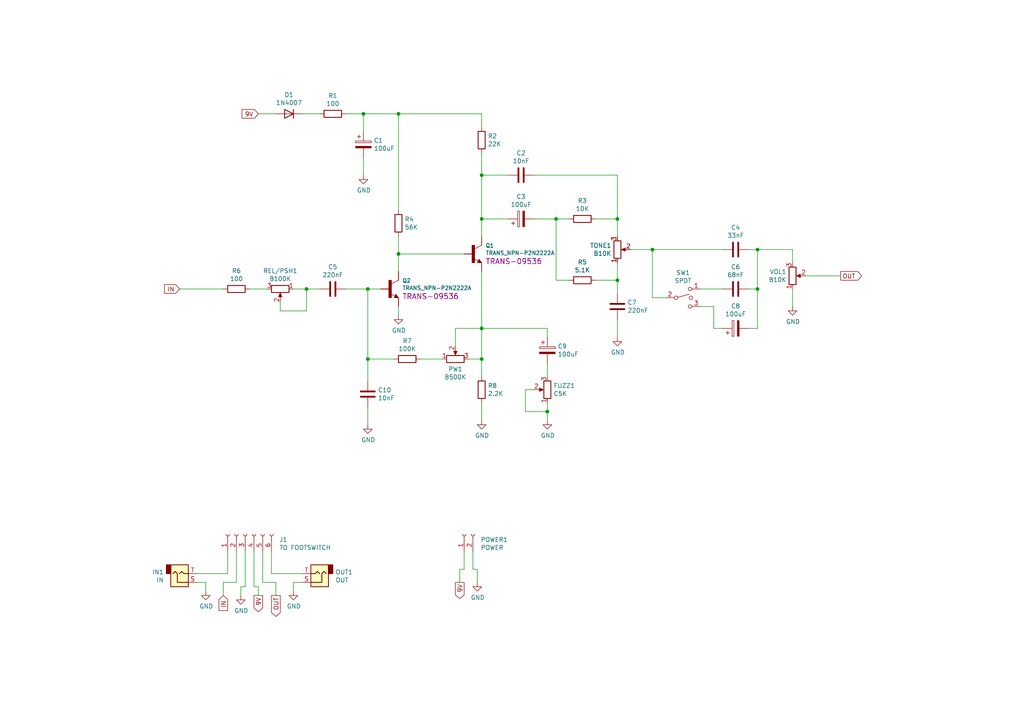
<source format=kicad_sch>
(kicad_sch (version 20211123) (generator eeschema)
  (paper "A4")
  (lib_symbols
    (symbol "Connector:AudioJack2"
      (property "Reference" "J" (at 0 8.89 0))
      (property "Value" "AudioJack2" (at 0 6.35 0))
      (symbol "AudioJack2_0_1"
        (rectangle (start -3.81 0) (end -2.54 -2.54) (stroke (width 0.254)) (fill (type outline)))
        (rectangle (start -2.54 3.81) (end 2.54 -2.54) (stroke (width 0.254)) (fill (type background)))
        (polyline (pts (xy 0 0) (xy 0.635 -0.635) (xy 1.27 0) (xy 2.54 0)) (stroke (width 0.254)))
        (polyline (pts (xy 2.54 2.54) (xy -0.635 2.54) (xy -0.635 0) (xy -1.27 -0.635) (xy -1.905 0)) (stroke (width 0.254)))
      )
      (symbol "AudioJack2_1_1"
        (pin passive line (at 5.08 2.54 180) (length 2.54) (name "~") (number "S"))
        (pin passive line (at 5.08 0 180) (length 2.54) (name "~") (number "T"))
      )
    )
    (symbol "Connector:Conn_01x02_Female" (pin_names (offset 1.016) hide)
      (property "Reference" "J" (at 0 2.54 0))
      (property "Value" "Conn_01x02_Female" (at 0 -5.08 0))
      (symbol "Conn_01x02_Female_1_1"
        (arc (start 0 -2.032) (mid -0.508 -2.54) (end 0 -3.048) (stroke (width 0.1524)))
        (polyline (pts (xy -1.27 -2.54) (xy -0.508 -2.54)) (stroke (width 0.1524)))
        (polyline (pts (xy -1.27 0) (xy -0.508 0)) (stroke (width 0.1524)))
        (arc (start 0 0.508) (mid -0.508 0) (end 0 -0.508) (stroke (width 0.1524)))
        (pin passive line (at -5.08 0 0) (length 3.81) (name "Pin_1") (number "1"))
        (pin passive line (at -5.08 -2.54 0) (length 3.81) (name "Pin_2") (number "2"))
      )
    )
    (symbol "Connector:Conn_01x06_Female" (pin_names (offset 1.016) hide)
      (property "Reference" "J" (at 0 7.62 0))
      (property "Value" "Conn_01x06_Female" (at 0 -10.16 0))
      (symbol "Conn_01x06_Female_1_1"
        (arc (start 0 -7.112) (mid -0.508 -7.62) (end 0 -8.128) (stroke (width 0.1524)))
        (arc (start 0 -4.572) (mid -0.508 -5.08) (end 0 -5.588) (stroke (width 0.1524)))
        (arc (start 0 -2.032) (mid -0.508 -2.54) (end 0 -3.048) (stroke (width 0.1524)))
        (polyline (pts (xy -1.27 -7.62) (xy -0.508 -7.62)) (stroke (width 0.1524)))
        (polyline (pts (xy -1.27 -5.08) (xy -0.508 -5.08)) (stroke (width 0.1524)))
        (polyline (pts (xy -1.27 -2.54) (xy -0.508 -2.54)) (stroke (width 0.1524)))
        (polyline (pts (xy -1.27 0) (xy -0.508 0)) (stroke (width 0.1524)))
        (polyline (pts (xy -1.27 2.54) (xy -0.508 2.54)) (stroke (width 0.1524)))
        (polyline (pts (xy -1.27 5.08) (xy -0.508 5.08)) (stroke (width 0.1524)))
        (arc (start 0 0.508) (mid -0.508 0) (end 0 -0.508) (stroke (width 0.1524)))
        (arc (start 0 3.048) (mid -0.508 2.54) (end 0 2.032) (stroke (width 0.1524)))
        (arc (start 0 5.588) (mid -0.508 5.08) (end 0 4.572) (stroke (width 0.1524)))
        (pin passive line (at -5.08 5.08 0) (length 3.81) (name "Pin_1") (number "1"))
        (pin passive line (at -5.08 2.54 0) (length 3.81) (name "Pin_2") (number "2"))
        (pin passive line (at -5.08 0 0) (length 3.81) (name "Pin_3") (number "3"))
        (pin passive line (at -5.08 -2.54 0) (length 3.81) (name "Pin_4") (number "4"))
        (pin passive line (at -5.08 -5.08 0) (length 3.81) (name "Pin_5") (number "5"))
        (pin passive line (at -5.08 -7.62 0) (length 3.81) (name "Pin_6") (number "6"))
      )
    )
    (symbol "Device:C" (pin_numbers hide) (pin_names (offset 0.254))
      (property "Reference" "C" (at 0.635 2.54 0))
      (property "Value" "C" (at 0.635 -2.54 0))
      (symbol "C_0_1"
        (polyline (pts (xy -2.032 -0.762) (xy 2.032 -0.762)) (stroke (width 0.508)))
        (polyline (pts (xy -2.032 0.762) (xy 2.032 0.762)) (stroke (width 0.508)))
      )
      (symbol "C_1_1"
        (pin passive line (at 0 3.81 270) (length 2.794) (name "~") (number "1"))
        (pin passive line (at 0 -3.81 90) (length 2.794) (name "~") (number "2"))
      )
    )
    (symbol "Device:D" (pin_numbers hide) (pin_names (offset 1.016) hide)
      (property "Reference" "D" (at 0 2.54 0))
      (property "Value" "D" (at 0 -2.54 0))
      (symbol "D_0_1"
        (polyline (pts (xy -1.27 1.27) (xy -1.27 -1.27)) (stroke (width 0.254)))
        (polyline (pts (xy 1.27 0) (xy -1.27 0)))
        (polyline (pts (xy 1.27 1.27) (xy 1.27 -1.27) (xy -1.27 0) (xy 1.27 1.27)) (stroke (width 0.254)))
      )
      (symbol "D_1_1"
        (pin passive line (at -3.81 0 0) (length 2.54) (name "K") (number "1"))
        (pin passive line (at 3.81 0 180) (length 2.54) (name "A") (number "2"))
      )
    )
    (symbol "Device:R" (pin_numbers hide) (pin_names (offset 0))
      (property "Reference" "R" (at 2.032 0 90))
      (property "Value" "R" (at 0 0 90))
      (symbol "R_0_1"
        (rectangle (start -1.016 -2.54) (end 1.016 2.54) (stroke (width 0.254)))
      )
      (symbol "R_1_1"
        (pin passive line (at 0 3.81 270) (length 1.27) (name "~") (number "1"))
        (pin passive line (at 0 -3.81 90) (length 1.27) (name "~") (number "2"))
      )
    )
    (symbol "Mastodon-rescue:CP-Device" (pin_numbers hide) (pin_names (offset 0.254))
      (property "Reference" "C" (at 0.635 2.54 0))
      (property "Value" "CP-Device" (at 0.635 -2.54 0))
      (symbol "CP-Device_0_1"
        (rectangle (start -2.286 0.508) (end 2.286 1.016))
        (polyline (pts (xy -1.778 2.286) (xy -0.762 2.286)))
        (polyline (pts (xy -1.27 2.794) (xy -1.27 1.778)))
        (rectangle (start 2.286 -0.508) (end -2.286 -1.016) (fill (type outline)))
      )
      (symbol "CP-Device_1_1"
        (pin passive line (at 0 3.81 270) (length 2.794) (name "~") (number "1"))
        (pin passive line (at 0 -3.81 90) (length 2.794) (name "~") (number "2"))
      )
    )
    (symbol "Mastodon-rescue:R_POT-Device" (pin_names (offset 1.016) hide)
      (property "Reference" "RV" (at -4.445 0 90))
      (property "Value" "R_POT-Device" (at -2.54 0 90))
      (symbol "R_POT-Device_0_1"
        (polyline (pts (xy 2.54 0) (xy 1.524 0)))
        (polyline (pts (xy 1.143 0) (xy 2.286 0.508) (xy 2.286 -0.508) (xy 1.143 0)) (fill (type outline)))
        (rectangle (start 1.016 2.54) (end -1.016 -2.54) (stroke (width 0.254)))
      )
      (symbol "R_POT-Device_1_1"
        (pin passive line (at 0 3.81 270) (length 1.27) (name "1") (number "1"))
        (pin passive line (at 3.81 0 180) (length 1.27) (name "2") (number "2"))
        (pin passive line (at 0 -3.81 90) (length 1.27) (name "3") (number "3"))
      )
    )
    (symbol "Mastodon-rescue:TRANS_NPN-P2N2222A-SparkFun-DiscreteSemi" (pin_numbers hide) (pin_names (offset 1.016) hide)
      (property "Reference" "Q" (at 3.81 3.81 0))
      (property "Value" "TRANS_NPN-P2N2222A-SparkFun-DiscreteSemi" (at 3.81 -5.08 0))
      (property "Field4" "TRANS-09536" (at 0 7.62 0))
      (symbol "TRANS_NPN-P2N2222A-SparkFun-DiscreteSemi_1_0"
        (polyline (pts (xy 1.524 -2.032) (xy 0.3048 -1.4224)))
        (polyline (pts (xy 2.54 2.54) (xy 0.508 1.524)))
      )
      (symbol "TRANS_NPN-P2N2222A-SparkFun-DiscreteSemi_1_1"
        (rectangle (start -0.254 -2.54) (end 0.508 2.54) (fill (type outline)))
        (polyline (pts (xy 1.778 -1.524) (xy 2.54 -2.54) (xy 1.27 -2.54) (xy 1.778 -1.524)) (fill (type outline)))
        (pin passive line (at 2.54 5.08 270) (length 2.54) (name "C") (number "1"))
        (pin passive line (at -2.54 0 0) (length 2.54) (name "B") (number "2"))
        (pin passive line (at 2.54 -5.08 90) (length 2.54) (name "E") (number "3"))
      )
    )
    (symbol "Switch:SW_SPDT_MSM" (pin_names (offset 0) hide)
      (property "Reference" "SW" (at 0 5.08 0))
      (property "Value" "SW_SPDT_MSM" (at 0 -5.08 0))
      (symbol "SW_SPDT_MSM_0_0"
        (circle (center -2.032 0) (radius 0.508))
        (polyline (pts (xy -1.524 0.127) (xy 1.778 1.016)))
        (circle (center 2.032 -2.54) (radius 0.508))
      )
      (symbol "SW_SPDT_MSM_0_1"
        (circle (center 2.032 2.54) (radius 0.508))
        (circle (center 2.286 0) (radius 0.508))
      )
      (symbol "SW_SPDT_MSM_1_1"
        (pin passive line (at 5.08 2.54 180) (length 2.54) (name "1") (number "1"))
        (pin passive line (at -5.08 0 0) (length 2.54) (name "2") (number "2"))
        (pin passive line (at 5.08 -2.54 180) (length 2.54) (name "3") (number "3"))
      )
    )
    (symbol "power:GND" (power) (pin_names (offset 0))
      (property "Value" "GND" (at 0 -3.81 0))
      (symbol "GND_0_1"
        (polyline (pts (xy 0 0) (xy 0 -1.27) (xy 1.27 -1.27) (xy 0 -2.54) (xy -1.27 -1.27) (xy 0 -1.27)))
      )
      (symbol "GND_1_1"
        (pin power_in line (at 0 0 270) (length 0) hide (name "GND") (number "1"))
      )
    )
  )
  (junction (at 139.7 95.25))
  (junction (at 106.68 83.82))
  (junction (at 139.7 63.5))
  (junction (at 105.41 33.02))
  (junction (at 161.29 63.5))
  (junction (at 189.23 72.39))
  (junction (at 115.57 33.02))
  (junction (at 219.71 83.82))
  (junction (at 115.57 73.66))
  (junction (at 139.7 104.14))
  (junction (at 219.71 72.39))
  (junction (at 179.07 63.5))
  (junction (at 158.75 119.38))
  (junction (at 179.07 81.28))
  (junction (at 88.9 83.82))
  (junction (at 106.68 104.14))
  (junction (at 139.7 50.8))
  (wire (pts (xy 139.7 50.8) (xy 139.7 44.45)))
  (wire (pts (xy 105.41 38.1) (xy 105.41 33.02)))
  (wire (pts (xy 132.08 95.25) (xy 132.08 100.33)))
  (wire (pts (xy 147.32 63.5) (xy 139.7 63.5)))
  (wire (pts (xy 66.04 166.37) (xy 66.04 160.02)))
  (wire (pts (xy 154.94 113.03) (xy 152.4 113.03)))
  (wire (pts (xy 158.75 97.79) (xy 158.75 95.25)))
  (wire (pts (xy 137.16 165.1) (xy 138.43 165.1)))
  (wire (pts (xy 106.68 104.14) (xy 114.3 104.14)))
  (wire (pts (xy 207.01 88.9) (xy 207.01 95.25)))
  (wire (pts (xy 57.15 168.91) (xy 59.69 168.91)))
  (wire (pts (xy 152.4 113.03) (xy 152.4 119.38)))
  (wire (pts (xy 158.75 109.22) (xy 158.75 105.41)))
  (wire (pts (xy 105.41 50.8) (xy 105.41 45.72)))
  (wire (pts (xy 100.33 33.02) (xy 105.41 33.02)))
  (wire (pts (xy 80.01 33.02) (xy 74.93 33.02)))
  (wire (pts (xy 73.66 170.18) (xy 74.93 170.18)))
  (wire (pts (xy 88.9 83.82) (xy 92.71 83.82)))
  (wire (pts (xy 59.69 168.91) (xy 59.69 171.45)))
  (wire (pts (xy 172.72 63.5) (xy 179.07 63.5)))
  (wire (pts (xy 161.29 81.28) (xy 161.29 63.5)))
  (wire (pts (xy 78.74 166.37) (xy 78.74 160.02)))
  (wire (pts (xy 80.01 168.91) (xy 80.01 172.72)))
  (wire (pts (xy 139.7 95.25) (xy 139.7 78.74)))
  (wire (pts (xy 87.63 33.02) (xy 92.71 33.02)))
  (wire (pts (xy 135.89 104.14) (xy 139.7 104.14)))
  (wire (pts (xy 139.7 63.5) (xy 139.7 68.58)))
  (wire (pts (xy 172.72 81.28) (xy 179.07 81.28)))
  (wire (pts (xy 139.7 121.92) (xy 139.7 116.84)))
  (wire (pts (xy 69.85 170.18) (xy 69.85 172.72)))
  (wire (pts (xy 133.35 165.1) (xy 133.35 168.91)))
  (wire (pts (xy 73.66 160.02) (xy 73.66 170.18)))
  (wire (pts (xy 229.87 76.2) (xy 229.87 72.39)))
  (wire (pts (xy 87.63 168.91) (xy 85.09 168.91)))
  (wire (pts (xy 182.88 72.39) (xy 189.23 72.39)))
  (wire (pts (xy 115.57 68.58) (xy 115.57 73.66)))
  (wire (pts (xy 165.1 81.28) (xy 161.29 81.28)))
  (wire (pts (xy 68.58 160.02) (xy 68.58 168.91)))
  (wire (pts (xy 134.62 160.02) (xy 134.62 165.1)))
  (wire (pts (xy 106.68 104.14) (xy 106.68 110.49)))
  (wire (pts (xy 74.93 170.18) (xy 74.93 172.72)))
  (wire (pts (xy 219.71 72.39) (xy 217.17 72.39)))
  (wire (pts (xy 158.75 116.84) (xy 158.75 119.38)))
  (wire (pts (xy 134.62 73.66) (xy 115.57 73.66)))
  (wire (pts (xy 179.07 50.8) (xy 179.07 63.5)))
  (wire (pts (xy 106.68 83.82) (xy 110.49 83.82)))
  (wire (pts (xy 179.07 63.5) (xy 179.07 68.58)))
  (wire (pts (xy 71.12 160.02) (xy 71.12 170.18)))
  (wire (pts (xy 229.87 88.9) (xy 229.87 83.82)))
  (wire (pts (xy 106.68 104.14) (xy 106.68 83.82)))
  (wire (pts (xy 179.07 81.28) (xy 179.07 76.2)))
  (wire (pts (xy 137.16 160.02) (xy 137.16 165.1)))
  (wire (pts (xy 121.92 104.14) (xy 128.27 104.14)))
  (wire (pts (xy 209.55 83.82) (xy 203.2 83.82)))
  (wire (pts (xy 161.29 63.5) (xy 154.94 63.5)))
  (wire (pts (xy 71.12 170.18) (xy 69.85 170.18)))
  (wire (pts (xy 87.63 166.37) (xy 78.74 166.37)))
  (wire (pts (xy 154.94 50.8) (xy 179.07 50.8)))
  (wire (pts (xy 68.58 168.91) (xy 64.77 168.91)))
  (wire (pts (xy 219.71 95.25) (xy 219.71 83.82)))
  (wire (pts (xy 115.57 88.9) (xy 115.57 91.44)))
  (wire (pts (xy 158.75 119.38) (xy 158.75 121.92)))
  (wire (pts (xy 139.7 36.83) (xy 139.7 33.02)))
  (wire (pts (xy 115.57 33.02) (xy 115.57 60.96)))
  (wire (pts (xy 217.17 95.25) (xy 219.71 95.25)))
  (wire (pts (xy 57.15 166.37) (xy 66.04 166.37)))
  (wire (pts (xy 203.2 88.9) (xy 207.01 88.9)))
  (wire (pts (xy 115.57 73.66) (xy 115.57 78.74)))
  (wire (pts (xy 179.07 97.79) (xy 179.07 92.71)))
  (wire (pts (xy 106.68 118.11) (xy 106.68 123.19)))
  (wire (pts (xy 76.2 160.02) (xy 76.2 168.91)))
  (wire (pts (xy 161.29 63.5) (xy 165.1 63.5)))
  (wire (pts (xy 189.23 72.39) (xy 209.55 72.39)))
  (wire (pts (xy 72.39 83.82) (xy 77.47 83.82)))
  (wire (pts (xy 139.7 33.02) (xy 115.57 33.02)))
  (wire (pts (xy 105.41 33.02) (xy 115.57 33.02)))
  (wire (pts (xy 189.23 86.36) (xy 189.23 72.39)))
  (wire (pts (xy 179.07 85.09) (xy 179.07 81.28)))
  (wire (pts (xy 229.87 72.39) (xy 219.71 72.39)))
  (wire (pts (xy 134.62 165.1) (xy 133.35 165.1)))
  (wire (pts (xy 138.43 165.1) (xy 138.43 168.91)))
  (wire (pts (xy 81.28 87.63) (xy 81.28 90.17)))
  (wire (pts (xy 85.09 168.91) (xy 85.09 171.45)))
  (wire (pts (xy 147.32 50.8) (xy 139.7 50.8)))
  (wire (pts (xy 233.68 80.01) (xy 243.84 80.01)))
  (wire (pts (xy 152.4 119.38) (xy 158.75 119.38)))
  (wire (pts (xy 76.2 168.91) (xy 80.01 168.91)))
  (wire (pts (xy 88.9 90.17) (xy 88.9 83.82)))
  (wire (pts (xy 217.17 83.82) (xy 219.71 83.82)))
  (wire (pts (xy 139.7 95.25) (xy 132.08 95.25)))
  (wire (pts (xy 81.28 90.17) (xy 88.9 90.17)))
  (wire (pts (xy 100.33 83.82) (xy 106.68 83.82)))
  (wire (pts (xy 219.71 83.82) (xy 219.71 72.39)))
  (wire (pts (xy 193.04 86.36) (xy 189.23 86.36)))
  (wire (pts (xy 52.07 83.82) (xy 64.77 83.82)))
  (wire (pts (xy 64.77 168.91) (xy 64.77 172.72)))
  (wire (pts (xy 85.09 83.82) (xy 88.9 83.82)))
  (wire (pts (xy 139.7 50.8) (xy 139.7 63.5)))
  (wire (pts (xy 139.7 104.14) (xy 139.7 109.22)))
  (wire (pts (xy 139.7 104.14) (xy 139.7 95.25)))
  (wire (pts (xy 158.75 95.25) (xy 139.7 95.25)))
  (wire (pts (xy 207.01 95.25) (xy 209.55 95.25)))
  (global_label "IN" (shape input) (at 64.77 172.72 270) (property "Intersheet References" "${INTERSHEET_REFS}" (effects hide)))
  (global_label "9V" (shape output) (at 133.35 168.91 270) (property "Intersheet References" "${INTERSHEET_REFS}" (effects hide)))
  (global_label "9V" (shape input) (at 74.93 33.02 180) (property "Intersheet References" "${INTERSHEET_REFS}" (effects hide)))
  (global_label "OUT" (shape output) (at 243.84 80.01 0) (property "Intersheet References" "${INTERSHEET_REFS}" (effects hide)))
  (global_label "OUT" (shape output) (at 80.01 172.72 270) (property "Intersheet References" "${INTERSHEET_REFS}" (effects hide)))
  (global_label "IN" (shape input) (at 52.07 83.82 180) (property "Intersheet References" "${INTERSHEET_REFS}" (effects hide)))
  (global_label "9V" (shape output) (at 74.93 172.72 270) (property "Intersheet References" "${INTERSHEET_REFS}" (effects hide)))
  (symbol (lib_id "Device:R") (at 68.58 83.82 270) (unit 1)
    (property "Reference" "R6" (at 68.58 78.5622 90))
    (property "Value" "100" (at 68.58 80.8736 90))
    (property "Footprint" "Resistor_SMD:R_0805_2012Metric" (effects hide))
  )
  (symbol (lib_id "Mastodon-rescue:R_POT-Device") (at 81.28 83.82 270) (unit 1)
    (property "Reference" "REL/PSH1" (at 81.28 78.5622 90))
    (property "Value" "B100K" (at 81.28 80.8736 90))
    (property "Footprint" "Potentiometer_THT:Potentiometer_Alpha_RD901F-40-00D_Single_Vertical_CircularHoles" (effects hide))
  )
  (symbol (lib_id "Device:C") (at 96.52 83.82 270) (unit 1)
    (property "Reference" "C5" (at 96.52 77.4192 90))
    (property "Value" "220nF" (at 96.52 79.7306 90))
    (property "Footprint" "Capacitor_SMD:C_0805_2012Metric" (effects hide))
  )
  (symbol (lib_id "Device:R") (at 118.11 104.14 270) (unit 1)
    (property "Reference" "R7" (at 118.11 98.8822 90))
    (property "Value" "100K" (at 118.11 101.1936 90))
    (property "Footprint" "Resistor_SMD:R_0805_2012Metric" (effects hide))
  )
  (symbol (lib_id "Device:C") (at 106.68 114.3 0) (unit 1)
    (property "Reference" "C10" (at 109.601 113.1316 0) (effects (justify left)))
    (property "Value" "10nF" (at 109.601 115.443 0) (effects (justify left)))
    (property "Footprint" "Capacitor_SMD:C_0805_2012Metric" (effects hide))
  )
  (symbol (lib_id "Mastodon-rescue:TRANS_NPN-P2N2222A-SparkFun-DiscreteSemi") (at 113.03 83.82 0) (unit 1)
    (property "Reference" "Q2" (at 116.6876 81.407 0) (effects (font (size 1.143 1.143)) (justify left)))
    (property "Value" "TRANS_NPN-P2N2222A" (at 116.6876 83.5406 0) (effects (font (size 1.143 1.143)) (justify left)))
    (property "Footprint" "Package_TO_SOT_THT:TO-92L_Inline" (effects hide))
    (property "Field4" "TRANS-09536" (at 116.6876 85.9536 0) (effects (font (size 1.524 1.524)) (justify left)))
  )
  (symbol (lib_id "power:GND") (at 106.68 123.19 0) (unit 1)
    (property "Reference" "#PWR0102" (effects hide))
    (property "Value" "GND" (at 106.807 127.5842 0))
  )
  (symbol (lib_id "power:GND") (at 115.57 91.44 0) (unit 1)
    (property "Reference" "#PWR0101" (effects hide))
    (property "Value" "GND" (at 115.697 95.8342 0))
  )
  (symbol (lib_id "Mastodon-rescue:R_POT-Device") (at 132.08 104.14 90) (unit 1)
    (property "Reference" "PW1" (at 132.08 107.061 90))
    (property "Value" "B500K" (at 132.08 109.3724 90))
    (property "Footprint" "Potentiometer_THT:Potentiometer_Alpha_RD901F-40-00D_Single_Vertical_CircularHoles" (effects hide))
  )
  (symbol (lib_id "Mastodon-rescue:TRANS_NPN-P2N2222A-SparkFun-DiscreteSemi") (at 137.16 73.66 0) (unit 1)
    (property "Reference" "Q1" (at 140.8176 71.247 0) (effects (font (size 1.143 1.143)) (justify left)))
    (property "Value" "TRANS_NPN-P2N2222A" (at 140.8176 73.3806 0) (effects (font (size 1.143 1.143)) (justify left)))
    (property "Footprint" "Package_TO_SOT_THT:TO-92L_Inline" (effects hide))
    (property "Field4" "TRANS-09536" (at 140.8176 75.7936 0) (effects (font (size 1.524 1.524)) (justify left)))
  )
  (symbol (lib_id "Device:R") (at 139.7 113.03 0) (unit 1)
    (property "Reference" "R8" (at 141.478 111.8616 0) (effects (justify left)))
    (property "Value" "2.2K" (at 141.478 114.173 0) (effects (justify left)))
    (property "Footprint" "Resistor_SMD:R_0805_2012Metric" (effects hide))
  )
  (symbol (lib_id "Mastodon-rescue:CP-Device") (at 158.75 101.6 0) (unit 1)
    (property "Reference" "C9" (at 161.7472 100.4316 0) (effects (justify left)))
    (property "Value" "100uF" (at 161.7472 102.743 0) (effects (justify left)))
    (property "Footprint" "Capacitor_SMD:CP_Elec_6.3x7.7" (effects hide))
  )
  (symbol (lib_id "power:GND") (at 139.7 121.92 0) (unit 1)
    (property "Reference" "#PWR0103" (effects hide))
    (property "Value" "GND" (at 139.827 126.3142 0))
  )
  (symbol (lib_id "power:GND") (at 158.75 121.92 0) (unit 1)
    (property "Reference" "#PWR0104" (effects hide))
    (property "Value" "GND" (at 158.877 126.3142 0))
  )
  (symbol (lib_id "Device:R") (at 115.57 64.77 180) (unit 1)
    (property "Reference" "R4" (at 117.348 63.6016 0) (effects (justify right)))
    (property "Value" "56K" (at 117.348 65.913 0) (effects (justify right)))
    (property "Footprint" "Resistor_SMD:R_0805_2012Metric" (effects hide))
  )
  (symbol (lib_id "Device:R") (at 139.7 40.64 0) (unit 1)
    (property "Reference" "R2" (at 141.478 39.4716 0) (effects (justify left)))
    (property "Value" "22K" (at 141.478 41.783 0) (effects (justify left)))
    (property "Footprint" "Resistor_SMD:R_0805_2012Metric" (effects hide))
  )
  (symbol (lib_id "Device:R") (at 96.52 33.02 270) (unit 1)
    (property "Reference" "R1" (at 96.52 27.7622 90))
    (property "Value" "100" (at 96.52 30.0736 90))
    (property "Footprint" "Resistor_SMD:R_0805_2012Metric" (effects hide))
  )
  (symbol (lib_id "Device:D") (at 83.82 33.02 180) (unit 1)
    (property "Reference" "D1" (at 83.82 27.5082 0))
    (property "Value" "1N4007" (at 83.82 29.8196 0))
    (property "Footprint" "Diode_THT:D_DO-41_SOD81_P10.16mm_Horizontal" (effects hide))
  )
  (symbol (lib_id "Connector:AudioJack2") (at 52.07 166.37 0) (mirror x) (unit 1)
    (property "Reference" "IN1" (at 47.498 165.9382 0) (effects (justify right)))
    (property "Value" "IN" (at 47.498 168.2496 0) (effects (justify right)))
    (property "Footprint" "Connector_Audio:Jack_6.35mm_Neutrik_NMJ4HCD2_Horizontal" (effects hide))
  )
  (symbol (lib_id "Mastodon-rescue:R_POT-Device") (at 158.75 113.03 180) (unit 1)
    (property "Reference" "FUZZ1" (at 160.528 111.8616 0) (effects (justify right)))
    (property "Value" "C5K" (at 160.528 114.173 0) (effects (justify right)))
    (property "Footprint" "Potentiometer_THT:Potentiometer_Alpha_RD901F-40-00D_Single_Vertical_CircularHoles" (effects hide))
  )
  (symbol (lib_id "Connector:AudioJack2") (at 92.71 166.37 180) (unit 1)
    (property "Reference" "OUT1" (at 97.282 165.9382 0) (effects (justify right)))
    (property "Value" "OUT" (at 97.282 168.2496 0) (effects (justify right)))
    (property "Footprint" "Connector_Audio:Jack_6.35mm_Neutrik_NMJ4HCD2_Horizontal" (effects hide))
  )
  (symbol (lib_id "Mastodon-rescue:CP-Device") (at 151.13 63.5 90) (unit 1)
    (property "Reference" "C3" (at 151.13 57.023 90))
    (property "Value" "100uF" (at 151.13 59.3344 90))
    (property "Footprint" "Capacitor_SMD:CP_Elec_6.3x7.7" (effects hide))
  )
  (symbol (lib_id "Device:C") (at 151.13 50.8 270) (unit 1)
    (property "Reference" "C2" (at 151.13 44.3992 90))
    (property "Value" "10nF" (at 151.13 46.7106 90))
    (property "Footprint" "Capacitor_SMD:C_0805_2012Metric" (effects hide))
  )
  (symbol (lib_id "Device:R") (at 168.91 63.5 270) (unit 1)
    (property "Reference" "R3" (at 168.91 58.2422 90))
    (property "Value" "10K" (at 168.91 60.5536 90))
    (property "Footprint" "Resistor_SMD:R_0805_2012Metric" (effects hide))
  )
  (symbol (lib_id "Device:R") (at 168.91 81.28 270) (unit 1)
    (property "Reference" "R5" (at 168.91 76.0222 90))
    (property "Value" "5.1K" (at 168.91 78.3336 90))
    (property "Footprint" "Resistor_SMD:R_0805_2012Metric" (effects hide))
  )
  (symbol (lib_id "Mastodon-rescue:R_POT-Device") (at 179.07 72.39 0) (mirror x) (unit 1)
    (property "Reference" "TONE1" (at 177.3174 71.2216 0) (effects (justify right)))
    (property "Value" "B10K" (at 177.3174 73.533 0) (effects (justify right)))
    (property "Footprint" "Potentiometer_THT:Potentiometer_Alpha_RD901F-40-00D_Single_Vertical_CircularHoles" (effects hide))
  )
  (symbol (lib_id "Mastodon-rescue:CP-Device") (at 105.41 41.91 0) (unit 1)
    (property "Reference" "C1" (at 108.4072 40.7416 0) (effects (justify left)))
    (property "Value" "100uF" (at 108.4072 43.053 0) (effects (justify left)))
    (property "Footprint" "Capacitor_SMD:CP_Elec_6.3x7.7" (effects hide))
  )
  (symbol (lib_id "Connector:Conn_01x06_Female") (at 71.12 154.94 90) (unit 1)
    (property "Reference" "J1" (at 80.9752 156.5148 90) (effects (justify right)))
    (property "Value" "TO FOOTSWITCH" (at 80.9752 158.8262 90) (effects (justify right)))
    (property "Footprint" "Connectors:1X06" (effects hide))
  )
  (symbol (lib_id "power:GND") (at 105.41 50.8 0) (unit 1)
    (property "Reference" "#PWR0105" (effects hide))
    (property "Value" "GND" (at 105.537 55.1942 0))
  )
  (symbol (lib_id "power:GND") (at 69.85 172.72 0) (unit 1)
    (property "Reference" "#PWR04" (effects hide))
    (property "Value" "GND" (at 69.977 177.1142 0))
  )
  (symbol (lib_id "Device:C") (at 179.07 88.9 0) (unit 1)
    (property "Reference" "C7" (at 181.991 87.7316 0) (effects (justify left)))
    (property "Value" "220nF" (at 181.991 90.043 0) (effects (justify left)))
    (property "Footprint" "Capacitor_SMD:C_0805_2012Metric" (effects hide))
  )
  (symbol (lib_id "power:GND") (at 179.07 97.79 0) (unit 1)
    (property "Reference" "#PWR0106" (effects hide))
    (property "Value" "GND" (at 179.197 102.1842 0))
  )
  (symbol (lib_id "Switch:SW_SPDT_MSM") (at 198.12 86.36 0) (unit 1)
    (property "Reference" "SW1" (at 198.12 79.121 0))
    (property "Value" "SPDT" (at 198.12 81.4324 0))
    (property "Footprint" "Connectors:1X03" (effects hide))
  )
  (symbol (lib_id "Device:C") (at 213.36 72.39 270) (unit 1)
    (property "Reference" "C4" (at 213.36 65.9892 90))
    (property "Value" "33nF" (at 213.36 68.3006 90))
    (property "Footprint" "Capacitor_SMD:C_0805_2012Metric" (effects hide))
  )
  (symbol (lib_id "Device:C") (at 213.36 83.82 270) (unit 1)
    (property "Reference" "C6" (at 213.36 77.4192 90))
    (property "Value" "68nF" (at 213.36 79.7306 90))
    (property "Footprint" "Capacitor_SMD:C_0805_2012Metric" (effects hide))
  )
  (symbol (lib_id "power:GND") (at 59.69 171.45 0) (unit 1)
    (property "Reference" "#PWR02" (effects hide))
    (property "Value" "GND" (at 59.817 175.8442 0))
  )
  (symbol (lib_id "Mastodon-rescue:CP-Device") (at 213.36 95.25 90) (unit 1)
    (property "Reference" "C8" (at 213.36 88.773 90))
    (property "Value" "100uF" (at 213.36 91.0844 90))
    (property "Footprint" "Capacitor_SMD:CP_Elec_6.3x7.7" (effects hide))
  )
  (symbol (lib_id "power:GND") (at 85.09 171.45 0) (unit 1)
    (property "Reference" "#PWR03" (effects hide))
    (property "Value" "GND" (at 85.217 175.8442 0))
  )
  (symbol (lib_id "Mastodon-rescue:R_POT-Device") (at 229.87 80.01 0) (mirror x) (unit 1)
    (property "Reference" "VOL1" (at 228.1174 78.8416 0) (effects (justify right)))
    (property "Value" "B10K" (at 228.1174 81.153 0) (effects (justify right)))
    (property "Footprint" "Potentiometer_THT:Potentiometer_Alpha_RD901F-40-00D_Single_Vertical_CircularHoles" (effects hide))
  )
  (symbol (lib_id "power:GND") (at 229.87 88.9 0) (unit 1)
    (property "Reference" "#PWR0107" (effects hide))
    (property "Value" "GND" (at 229.997 93.2942 0))
  )
  (symbol (lib_id "Connector:Conn_01x02_Female") (at 134.62 154.94 90) (unit 1)
    (property "Reference" "POWER1" (at 139.3952 156.5148 90) (effects (justify right)))
    (property "Value" "POWER" (at 139.3952 158.8262 90) (effects (justify right)))
    (property "Footprint" "Connector_JST:JST_EH_B2B-EH-A_1x02_P2.50mm_Vertical" (effects hide))
  )
  (symbol (lib_id "power:GND") (at 138.43 168.91 0) (unit 1)
    (property "Reference" "#PWR01" (effects hide))
    (property "Value" "GND" (at 138.557 173.3042 0))
  )
)
</source>
